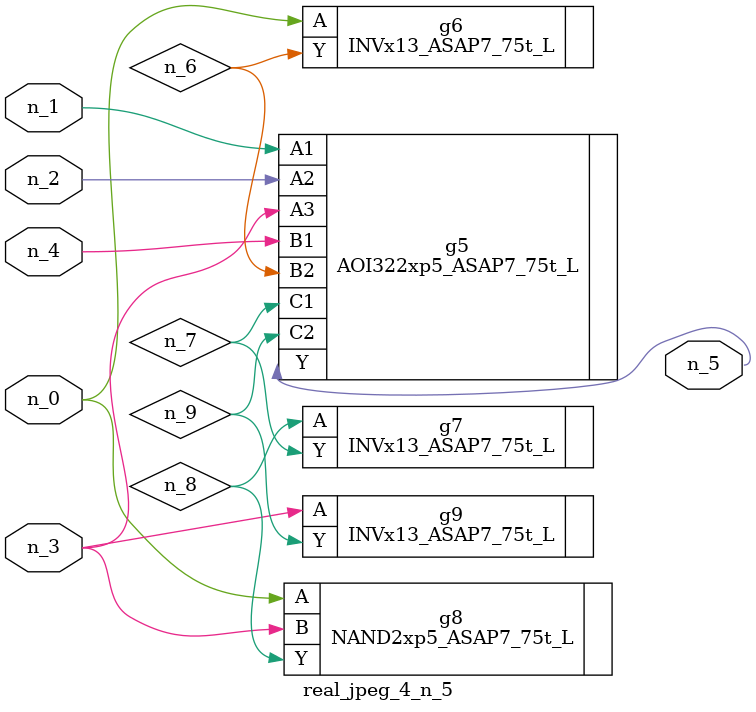
<source format=v>
module real_jpeg_4_n_5 (n_4, n_0, n_1, n_2, n_3, n_5);

input n_4;
input n_0;
input n_1;
input n_2;
input n_3;

output n_5;

wire n_8;
wire n_6;
wire n_7;
wire n_9;

INVx13_ASAP7_75t_L g6 ( 
.A(n_0),
.Y(n_6)
);

NAND2xp5_ASAP7_75t_L g8 ( 
.A(n_0),
.B(n_3),
.Y(n_8)
);

AOI322xp5_ASAP7_75t_L g5 ( 
.A1(n_1),
.A2(n_2),
.A3(n_3),
.B1(n_4),
.B2(n_6),
.C1(n_7),
.C2(n_9),
.Y(n_5)
);

INVx13_ASAP7_75t_L g9 ( 
.A(n_3),
.Y(n_9)
);

INVx13_ASAP7_75t_L g7 ( 
.A(n_8),
.Y(n_7)
);


endmodule
</source>
